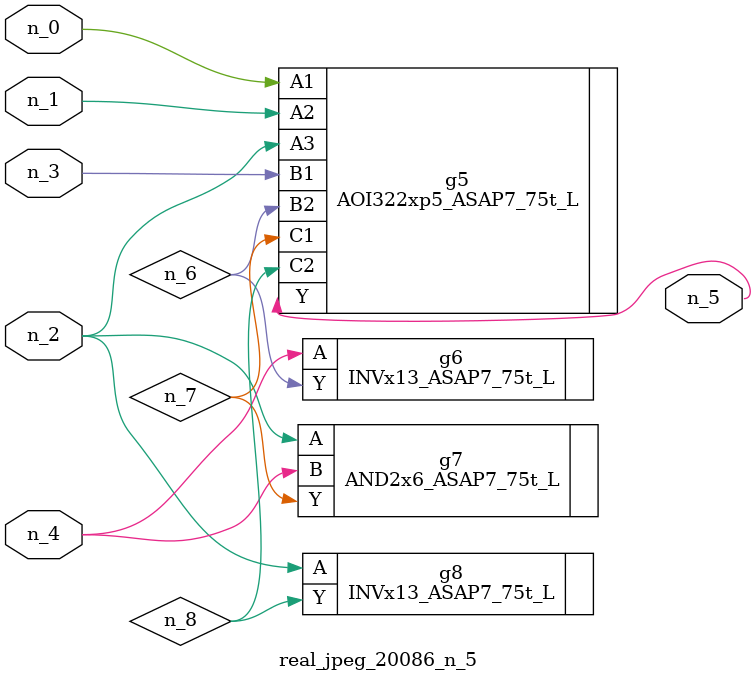
<source format=v>
module real_jpeg_20086_n_5 (n_4, n_0, n_1, n_2, n_3, n_5);

input n_4;
input n_0;
input n_1;
input n_2;
input n_3;

output n_5;

wire n_8;
wire n_6;
wire n_7;

AOI322xp5_ASAP7_75t_L g5 ( 
.A1(n_0),
.A2(n_1),
.A3(n_2),
.B1(n_3),
.B2(n_6),
.C1(n_7),
.C2(n_8),
.Y(n_5)
);

AND2x6_ASAP7_75t_L g7 ( 
.A(n_2),
.B(n_4),
.Y(n_7)
);

INVx13_ASAP7_75t_L g8 ( 
.A(n_2),
.Y(n_8)
);

INVx13_ASAP7_75t_L g6 ( 
.A(n_4),
.Y(n_6)
);


endmodule
</source>
